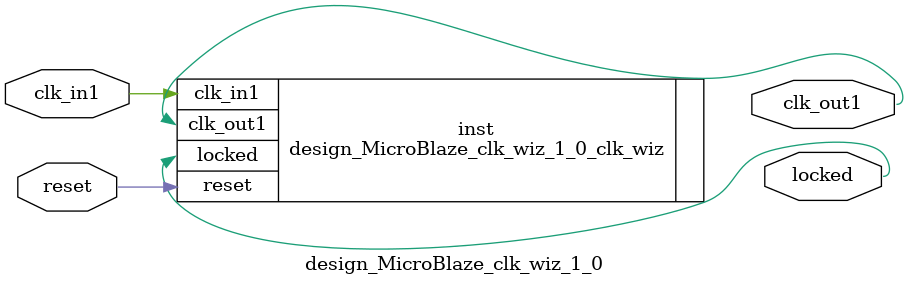
<source format=v>


`timescale 1ps/1ps

(* CORE_GENERATION_INFO = "design_MicroBlaze_clk_wiz_1_0,clk_wiz_v6_0_5_0_0,{component_name=design_MicroBlaze_clk_wiz_1_0,use_phase_alignment=true,use_min_o_jitter=false,use_max_i_jitter=false,use_dyn_phase_shift=false,use_inclk_switchover=false,use_dyn_reconfig=false,enable_axi=0,feedback_source=FDBK_AUTO,PRIMITIVE=MMCM,num_out_clk=1,clkin1_period=10.000,clkin2_period=10.000,use_power_down=false,use_reset=true,use_locked=true,use_inclk_stopped=false,feedback_type=SINGLE,CLOCK_MGR_TYPE=NA,manual_override=false}" *)

module design_MicroBlaze_clk_wiz_1_0 
 (
  // Clock out ports
  output        clk_out1,
  // Status and control signals
  input         reset,
  output        locked,
 // Clock in ports
  input         clk_in1
 );

  design_MicroBlaze_clk_wiz_1_0_clk_wiz inst
  (
  // Clock out ports  
  .clk_out1(clk_out1),
  // Status and control signals               
  .reset(reset), 
  .locked(locked),
 // Clock in ports
  .clk_in1(clk_in1)
  );

endmodule

</source>
